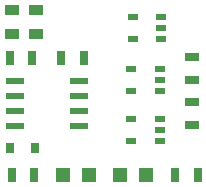
<source format=gtp>
G04 #@! TF.GenerationSoftware,KiCad,Pcbnew,(5.0.0-rc2-dev-444-g2974a2c10)*
G04 #@! TF.CreationDate,2019-08-12T19:19:49-07:00*
G04 #@! TF.ProjectId,Classic MIDI FeatherWing,436C6173736963204D49444920466561,v01*
G04 #@! TF.SameCoordinates,Original*
G04 #@! TF.FileFunction,Paste,Top*
G04 #@! TF.FilePolarity,Positive*
%FSLAX46Y46*%
G04 Gerber Fmt 4.6, Leading zero omitted, Abs format (unit mm)*
G04 Created by KiCad (PCBNEW (5.0.0-rc2-dev-444-g2974a2c10)) date 08/12/19 19:19:49*
%MOMM*%
%LPD*%
G01*
G04 APERTURE LIST*
%ADD10R,0.750000X0.850000*%
%ADD11R,1.150000X1.150000*%
%ADD12R,1.200000X0.950000*%
%ADD13R,0.650000X1.250000*%
%ADD14R,1.250000X0.650000*%
%ADD15R,1.500000X0.550000*%
%ADD16R,0.870000X0.470000*%
G04 APERTURE END LIST*
D10*
X145477253Y-111524643D03*
X143377253Y-111524643D03*
D11*
X147806253Y-113802642D03*
X150006253Y-113802642D03*
X154887253Y-113802642D03*
X152687253Y-113802642D03*
D12*
X145542000Y-101838000D03*
X145542000Y-99838000D03*
X143510000Y-101838000D03*
X143510000Y-99838000D03*
D13*
X145227253Y-103878643D03*
X143327253Y-103878643D03*
X147666253Y-103896642D03*
X149566253Y-103896642D03*
D14*
X158776253Y-109545642D03*
X158776253Y-107645642D03*
X158776253Y-105735642D03*
X158776253Y-103835642D03*
D13*
X157318253Y-113802642D03*
X159218253Y-113802642D03*
X145375253Y-113802642D03*
X143475253Y-113802642D03*
D15*
X149157253Y-105814143D03*
X149157253Y-107084143D03*
X149157253Y-108354143D03*
X149157253Y-109624143D03*
X143757253Y-109624143D03*
X143757253Y-108354143D03*
X143757253Y-107084143D03*
X143757253Y-105814143D03*
D16*
X153720800Y-102296000D03*
X153720800Y-100396000D03*
X156159200Y-100396000D03*
X156159200Y-101346000D03*
X156159200Y-102296000D03*
X153593800Y-110932000D03*
X153593800Y-109032000D03*
X156032200Y-109032000D03*
X156032200Y-109982000D03*
X156032200Y-110932000D03*
X156058453Y-106688142D03*
X156058453Y-105738142D03*
X156058453Y-104788142D03*
X153620053Y-104788142D03*
X153620053Y-106688142D03*
M02*

</source>
